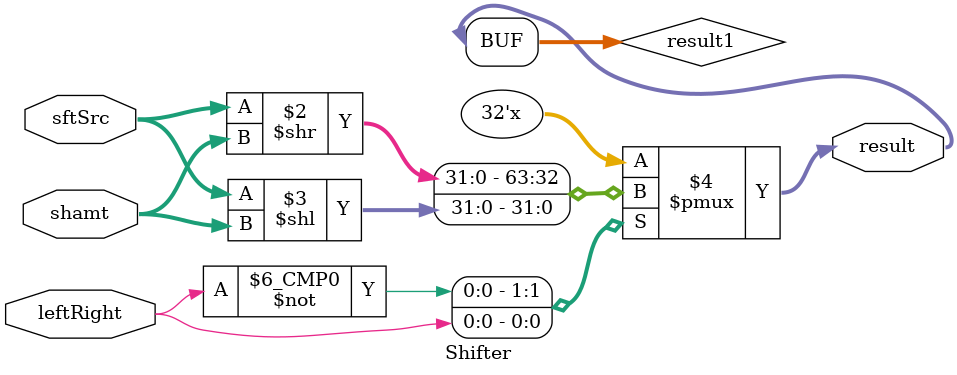
<source format=v>
module Shifter( result, leftRight, shamt, sftSrc );

//I/O ports 
output	[32-1:0] result;

input			leftRight;
input	[5-1:0] shamt;/*sllv srlv input rs
						sll srl input */
input	[32-1:0] sftSrc ;

//Internal Signals
wire	[32-1:0] result;
  
//Main function

reg [32-1:0] result1;
always@(leftRight or sftSrc or shamt)
begin
  case(leftRight)
    0: result1 = (sftSrc >> shamt);
    1: result1 = (sftSrc << shamt);
  endcase
end
assign result = result1;
endmodule

</source>
